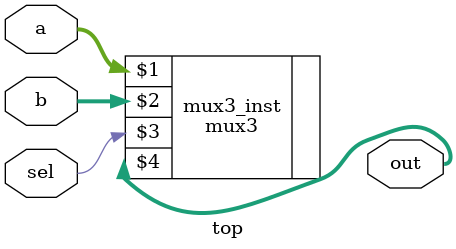
<source format=v>
`timescale 1ns / 1ps
`define n 8

module top(a, b, sel, out);
    input [`n-1:0] a, b;
    input sel;
    output [`n-1:0] out;
    
    // mux1 #(`n) mux1_inst(a, b, sel, out);
    // mux2 #(`n) mux2_inst(a, b, sel, out);
    mux3 #(`n) mux3_inst(a, b, sel, out);
    
endmodule

</source>
